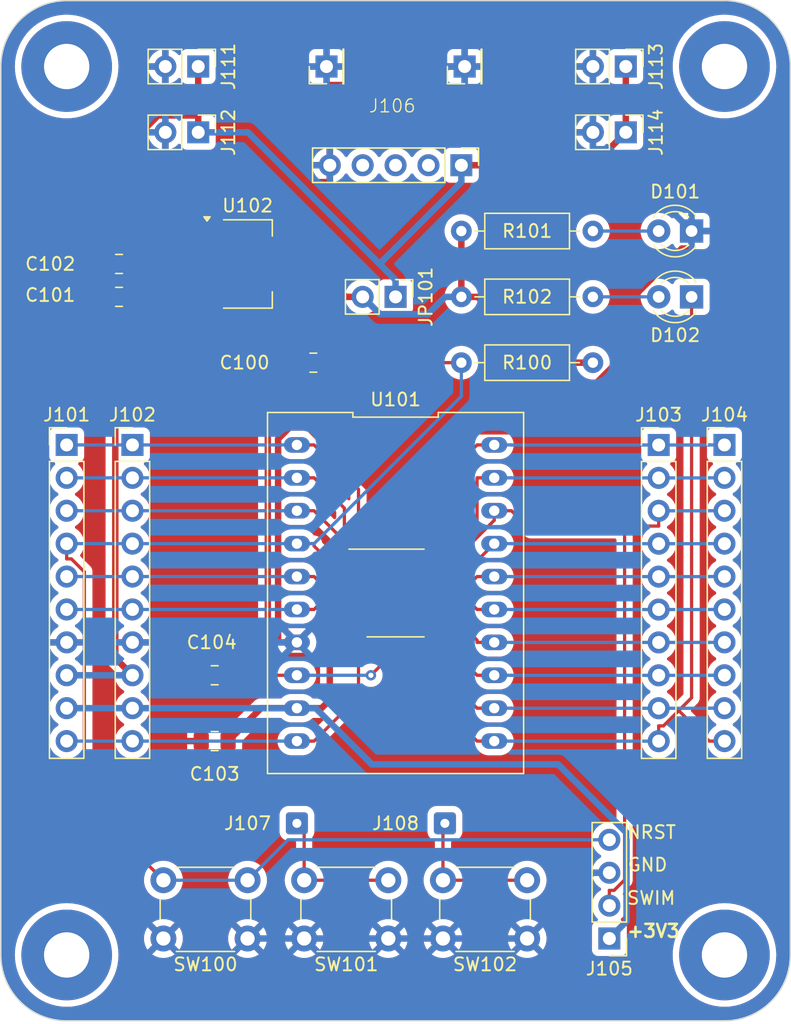
<source format=kicad_pcb>
(kicad_pcb (version 20240108) (generator "pcbnew") (generator_version "8.0")
  (title_block (date "2024-09-28"))
  (layers (0 "F.Cu" signal) (31 "B.Cu" signal) (34 "B.Paste" user) (35 "F.Paste" user) (36 "B.SilkS" user "B.Silkscreen") (37 "F.SilkS" user "F.Silkscreen") (38 "B.Mask" user) (39 "F.Mask" user) (44 "Edge.Cuts" user))
  (net 0 "")
  (net 1 "GND")
  (net 2 "/NRST")
  (net 3 "+5V")
  (net 4 "+3.3V")
  (net 5 "Net-(U101-VCAP)")
  (net 6 "Net-(D102-A)")
  (net 7 "/PB5")
  (net 8 "Net-(D101-A)")
  (net 9 "/PD4")
  (net 10 "/PD5")
  (net 11 "/PD6")
  (net 12 "/PA1")
  (net 13 "/PA2")
  (net 14 "/PA3")
  (net 15 "/PD3")
  (net 16 "/PD2")
  (net 17 "/PD1")
  (net 18 "/PC7")
  (net 19 "/PC6")
  (net 20 "/PC5")
  (net 21 "/PC4")
  (net 22 "/PC3")
  (net 23 "/PB4")
  (net 27 "Net-(J107-Pin_1)")
  (net 28 "Net-(J108-Pin_1)")
  (footprint "Resistor_THT:R_Axial_DIN0207_L6.3mm_D2.5mm_P10.16mm_Horizontal" (layer "F.Cu") (at 86.36 71.12 180)
    (property "Reference" "R102" (at 5.08 0 0) (layer "F.SilkS"))
    (property "Value" "1K")
    (pad "1" thru_hole circle (at 0 0 180) (size 1.6 1.6) (drill 0.8) (layers "*.Cu" "*.Mask") (net 6 "Net-(D102-A)"))
    (pad "2" thru_hole oval (at 10.16 0 180) (size 1.6 1.6) (drill 0.8) (layers "*.Cu" "*.Mask") (net 4 "+3.3V"))
  )
  (footprint "Connector_PinHeader_2.54mm:PinHeader_1x02_P2.54mm_Vertical" (layer "F.Cu") (at 55.88 53.34 -90)
    (property "Reference" "J111" (at 0 -2.33 90) (layer "F.SilkS"))
    (property "Value" "POWER")
    (pad "1" thru_hole rect (at 0 0 270) (size 1.7 1.7) (drill 1) (layers "*.Cu" "*.Mask") (net 3 "+5V"))
    (pad "2" thru_hole oval (at 0 2.54 270) (size 1.7 1.7) (drill 1) (layers "*.Cu" "*.Mask") (net 1 "GND"))
  )
  (footprint "Button_Switch_THT:SW_PUSH_6mm_H5mm" (layer "F.Cu") (at 70.56 120.65 180)
    (property "Reference" "SW101" (at 3.25 -2 0) (layer "F.SilkS"))
    (property "Value" "SW1")
    (pad "1" thru_hole circle (at 0 0 270) (size 2 2) (drill 1.1) (layers "*.Cu" "*.Mask") (net 1 "GND"))
    (pad "1" thru_hole circle (at 6.5 0 270) (size 2 2) (drill 1.1) (layers "*.Cu" "*.Mask") (net 1 "GND"))
    (pad "2" thru_hole circle (at 0 4.5 270) (size 2 2) (drill 1.1) (layers "*.Cu" "*.Mask") (net 27 "Net-(J107-Pin_1)"))
    (pad "2" thru_hole circle (at 6.5 4.5 270) (size 2 2) (drill 1.1) (layers "*.Cu" "*.Mask") (net 27 "Net-(J107-Pin_1)"))
  )
  (footprint "Connector_Wire:SolderWire-0.127sqmm_1x01_D0.48mm_OD1mm" (layer "F.Cu") (at 63.5 111.76)
    (property "Reference" "J107" (at -3.81 0 0) (layer "F.SilkS"))
    (property "Value" "Switch 1")
    (pad "1" thru_hole roundrect (at 0 0) (size 1.7 1.7) (drill 0.7) (layers "*.Cu" "*.Mask") (roundrect_rratio 0.1470588235) (net 27 "Net-(J107-Pin_1)"))
  )
  (footprint "Connector_Wire:SolderWire-0.127sqmm_1x01_D0.48mm_OD1mm" (layer "F.Cu") (at 74.93 111.76)
    (property "Reference" "J108" (at -3.81 0 0) (layer "F.SilkS"))
    (property "Value" "Switch 2")
    (pad "1" thru_hole roundrect (at 0 0) (size 1.7 1.7) (drill 0.7) (layers "*.Cu" "*.Mask") (roundrect_rratio 0.1470588235) (net 28 "Net-(J108-Pin_1)"))
  )
  (footprint "Connector_PinHeader_2.54mm:PinHeader_1x02_P2.54mm_Vertical" (layer "F.Cu") (at 88.9 58.42 -90)
    (property "Reference" "J114" (at 0 -2.33 90) (layer "F.SilkS"))
    (property "Value" "POWER")
    (pad "1" thru_hole rect (at 0 0 270) (size 1.7 1.7) (drill 1) (layers "*.Cu" "*.Mask") (net 3 "+5V"))
    (pad "2" thru_hole oval (at 0 2.54 270) (size 1.7 1.7) (drill 1) (layers "*.Cu" "*.Mask") (net 1 "GND"))
  )
  (footprint "Capacitor_SMD:C_0805_2012Metric_Pad1.18x1.45mm_HandSolder" (layer "F.Cu") (at 49.7625 68.58)
    (property "Reference" "C102" (at -5.3125 0 0) (layer "F.SilkS"))
    (property "Value" "0.1uF")
    (pad "1" smd roundrect (at -1.0375 0) (size 1.175 1.45) (layers "F.Cu" "F.Paste" "F.Mask") (roundrect_rratio 0.2127659574) (net 1 "GND"))
    (pad "2" smd roundrect (at 1.0375 0) (size 1.175 1.45) (layers "F.Cu" "F.Paste" "F.Mask") (roundrect_rratio 0.2127659574) (net 4 "+3.3V"))
  )
  (footprint "Ken:DIP_TSSOP-20_600_ELL" (layer "F.Cu") (at 71.12 93.98 -90)
    (property "Reference" "U101" (at -14.935 0 0) (layer "F.SilkS"))
    (property "Value" "STM8S103F3P6")
    (pad "1" thru_hole oval (at -11.43 7.62 270) (size 1.2 2) (drill 0.8) (layers "*.Cu" "*.Mask") (net 9 "/PD4"))
    (pad "1" smd roundrect (at -2.925 2.8625) (size 1.475 0.4) (layers "F.Cu" "F.Paste" "F.Mask") (net 9 "/PD4"))
    (pad "2" thru_hole oval (at -8.89 7.62 270) (size 1.2 2) (drill 0.8) (layers "*.Cu" "*.Mask") (net 10 "/PD5"))
    (pad "2" smd roundrect (at -2.275 2.8625) (size 1.475 0.4) (layers "F.Cu" "F.Paste" "F.Mask") (net 10 "/PD5"))
    (pad "3" thru_hole oval (at -6.35 7.62 270) (size 1.2 2) (drill 0.8) (layers "*.Cu" "*.Mask") (net 11 "/PD6"))
    (pad "3" smd roundrect (at -1.625 2.8625) (size 1.475 0.4) (layers "F.Cu" "F.Paste" "F.Mask") (net 11 "/PD6"))
    (pad "4" thru_hole oval (at -3.81 7.62 270) (size 1.2 2) (drill 0.8) (layers "*.Cu" "*.Mask") (net 2 "/NRST"))
    (pad "4" smd roundrect (at -0.975 2.8625) (size 1.475 0.4) (layers "F.Cu" "F.Paste" "F.Mask") (net 2 "/NRST"))
    (pad "5" thru_hole oval (at -1.27 7.62 270) (size 1.2 2) (drill 0.8) (layers "*.Cu" "*.Mask") (net 12 "/PA1"))
    (pad "5" smd roundrect (at -0.325 2.8625) (size 1.475 0.4) (layers "F.Cu" "F.Paste" "F.Mask") (net 12 "/PA1"))
    (pad "6" smd roundrect (at 0.325 2.8625) (size 1.475 0.4) (layers "F.Cu" "F.Paste" "F.Mask") (net 13 "/PA2"))
    (pad "6" thru_hole oval (at 1.27 7.62 270) (size 1.2 2) (drill 0.8) (layers "*.Cu" "*.Mask") (net 13 "/PA2"))
    (pad "7" smd roundrect (at 0.975 2.8625) (size 1.475 0.4) (layers "F.Cu" "F.Paste" "F.Mask") (net 1 "GND"))
    (pad "7" thru_hole oval (at 3.81 7.62 270) (size 1.2 2) (drill 0.8) (layers "*.Cu" "*.Mask") (net 1 "GND"))
    (pad "8" smd roundrect (at 1.625 2.8625) (size 1.475 0.4) (layers "F.Cu" "F.Paste" "F.Mask") (net 5 "Net-(U101-VCAP)"))
    (pad "8" thru_hole oval (at 6.35 7.62 270) (size 1.2 2) (drill 0.8) (layers "*.Cu" "*.Mask") (net 5 "Net-(U101-VCAP)"))
    (pad "9" smd roundrect (at 2.275 2.8625) (size 1.475 0.4) (layers "F.Cu" "F.Paste" "F.Mask") (net 4 "+3.3V"))
    (pad "9" thru_hole oval (at 8.89 7.62 270) (size 1.2 2) (drill 0.8) (layers "*.Cu" "*.Mask") (net 4 "+3.3V"))
    (pad "10" smd roundrect (at 2.925 2.8625) (size 1.475 0.4) (layers "F.Cu" "F.Paste" "F.Mask") (net 14 "/PA3"))
    (pad "10" thru_hole oval (at 11.43 7.62 270) (size 1.2 2) (drill 0.8) (layers "*.Cu" "*.Mask") (net 14 "/PA3"))
    (pad "11" smd roundrect (at 2.925 -2.8625) (size 1.475 0.4) (layers "F.Cu" "F.Paste" "F.Mask") (net 7 "/PB5"))
    (pad "11" thru_hole oval (at 11.43 -7.62 270) (size 1.2 2) (drill 0.8) (layers "*.Cu" "*.Mask") (net 7 "/PB5"))
    (pad "12" smd roundrect (at 2.275 -2.8625) (size 1.475 0.4) (layers "F.Cu" "F.Paste" "F.Mask") (net 23 "/PB4"))
    (pad "12" thru_hole oval (at 8.89 -7.62 270) (size 1.2 2) (drill 0.8) (layers "*.Cu" "*.Mask") (net 23 "/PB4"))
    (pad "13" smd roundrect (at 1.625 -2.8625) (size 1.475 0.4) (layers "F.Cu" "F.Paste" "F.Mask") (net 22 "/PC3"))
    (pad "13" thru_hole oval (at 6.35 -7.62 270) (size 1.2 2) (drill 0.8) (layers "*.Cu" "*.Mask") (net 22 "/PC3"))
    (pad "14" smd roundrect (at 0.975 -2.8625) (size 1.475 0.4) (layers "F.Cu" "F.Paste" "F.Mask") (net 21 "/PC4"))
    (pad "14" thru_hole oval (at 3.81 -7.62 270) (size 1.2 2) (drill 0.8) (layers "*.Cu" "*.Mask") (net 21 "/PC4"))
    (pad "15" smd roundrect (at 0.325 -2.8625) (size 1.475 0.4) (layers "F.Cu" "F.Paste" "F.Mask") (net 20 "/PC5"))
    (pad "15" thru_hole oval (at 1.27 -7.62 270) (size 1.2 2) (drill 0.8) (layers "*.Cu" "*.Mask") (net 20 "/PC5"))
    (pad "16" thru_hole oval (at -1.27 -7.62 270) (size 1.2 2) (drill 0.8) (layers "*.Cu" "*.Mask") (net 19 "/PC6"))
    (pad "16" smd roundrect (at -0.325 -2.8625) (size 1.475 0.4) (layers "F.Cu" "F.Paste" "F.Mask") (net 19 "/PC6"))
    (pad "17" thru_hole oval (at -3.81 -7.62 270) (size 1.2 2) (drill 0.8) (layers "*.Cu" "*.Mask") (net 18 "/PC7"))
    (pad "17" smd roundrect (at -0.975 -2.8625) (size 1.475 0.4) (layers "F.Cu" "F.Paste" "F.Mask") (net 18 "/PC7"))
    (pad "18" thru_hole oval (at -6.35 -7.62 270) (size 1.2 2) (drill 0.8) (layers "*.Cu" "*.Mask") (net 17 "/PD1"))
    (pad "18" smd roundrect (at -1.625 -2.8625) (size 1.475 0.4) (layers "F.Cu" "F.Paste" "F.Mask") (net 17 "/PD1"))
    (pad "19" thru_hole oval (at -8.89 -7.62 270) (size 1.2 2) (drill 0.8) (layers "*.Cu" "*.Mask") (net 16 "/PD2"))
    (pad "19" smd roundrect (at -2.275 -2.8625) (size 1.475 0.4) (layers "F.Cu" "F.Paste" "F.Mask") (net 16 "/PD2"))
    (pad "20" thru_hole oval (at -11.43 -7.62 270) (size 1.2 2) (drill 0.8) (layers "*.Cu" "*.Mask") (net 15 "/PD3"))
    (pad "20" smd roundrect (at -2.925 -2.8625) (size 1.475 0.4) (layers "F.Cu" "F.Paste" "F.Mask") (net 15 "/PD3"))
  )
  (footprint "Connector_PinHeader_2.54mm:PinHeader_1x10_P2.54mm_Vertical" (layer "F.Cu") (at 96.52 82.55)
    (property "Reference" "J104" (at 0 -2.33 0) (layer "F.SilkS"))
    (property "Value" "Header 2")
    (pad "1" thru_hole rect (at 0 0) (size 1.7 1.7) (drill 1) (layers "*.Cu" "*.Mask") (net 15 "/PD3"))
    (pad "2" thru_hole oval (at 0 2.54) (size 1.7 1.7) (drill 1) (layers "*.Cu" "*.Mask") (net 16 "/PD2"))
    (pad "3" thru_hole oval (at 0 5.08) (size 1.7 1.7) (drill 1) (layers "*.Cu" "*.Mask") (net 17 "/PD1"))
    (pad "4" thru_hole oval (at 0 7.62) (size 1.7 1.7) (drill 1) (layers "*.Cu" "*.Mask") (net 18 "/PC7"))
    (pad "5" thru_hole oval (at 0 10.16) (size 1.7 1.7) (drill 1) (layers "*.Cu" "*.Mask") (net 19 "/PC6"))
    (pad "6" thru_hole oval (at 0 12.7) (size 1.7 1.7) (drill 1) (layers "*.Cu" "*.Mask") (net 20 "/PC5"))
    (pad "7" thru_hole oval (at 0 15.24) (size 1.7 1.7) (drill 1) (layers "*.Cu" "*.Mask") (net 21 "/PC4"))
    (pad "8" thru_hole oval (at 0 17.78) (size 1.7 1.7) (drill 1) (layers "*.Cu" "*.Mask") (net 22 "/PC3"))
    (pad "9" thru_hole oval (at 0 20.32) (size 1.7 1.7) (drill 1) (layers "*.Cu" "*.Mask") (net 23 "/PB4"))
    (pad "10" thru_hole oval (at 0 22.86) (size 1.7 1.7) (drill 1) (layers "*.Cu" "*.Mask") (net 7 "/PB5"))
  )
  (footprint "Button_Switch_THT:SW_PUSH_6mm_H5mm" (layer "F.Cu") (at 81.28 120.65 180)
    (property "Reference" "SW102" (at 3.25 -2 0) (layer "F.SilkS"))
    (property "Value" "SW2")
    (pad "1" thru_hole circle (at 0 0 270) (size 2 2) (drill 1.1) (layers "*.Cu" "*.Mask") (net 1 "GND"))
    (pad "1" thru_hole circle (at 6.5 0 270) (size 2 2) (drill 1.1) (layers "*.Cu" "*.Mask") (net 1 "GND"))
    (pad "2" thru_hole circle (at 0 4.5 270) (size 2 2) (drill 1.1) (layers "*.Cu" "*.Mask") (net 28 "Net-(J108-Pin_1)"))
    (pad "2" thru_hole circle (at 6.5 4.5 270) (size 2 2) (drill 1.1) (layers "*.Cu" "*.Mask") (net 28 "Net-(J108-Pin_1)"))
  )
  (footprint "Connector_PinHeader_2.54mm:PinHeader_1x02_P2.54mm_Vertical" (layer "F.Cu") (at 88.9 53.34 -90)
    (property "Reference" "J113" (at 0 -2.33 90) (layer "F.SilkS"))
    (property "Value" "POWER")
    (pad "1" thru_hole rect (at 0 0 270) (size 1.7 1.7) (drill 1) (layers "*.Cu" "*.Mask") (net 3 "+5V"))
    (pad "2" thru_hole oval (at 0 2.54 270) (size 1.7 1.7) (drill 1) (layers "*.Cu" "*.Mask") (net 1 "GND"))
  )
  (footprint "LED_THT:LED_D3.0mm" (layer "F.Cu") (at 93.98 66.04 180)
    (property "Reference" "D101" (at 1.27 3.04 0) (layer "F.SilkS"))
    (property "Value" "PWR")
    (pad "1" thru_hole rect (at 0 0 180) (size 1.8 1.8) (drill 0.9) (layers "*.Cu" "*.Mask") (net 1 "GND"))
    (pad "2" thru_hole circle (at 2.54 0 180) (size 1.8 1.8) (drill 0.9) (layers "*.Cu" "*.Mask") (net 8 "Net-(D101-A)"))
  )
  (footprint "LED_THT:LED_D3.0mm" (layer "F.Cu") (at 93.98 71.12 180)
    (property "Reference" "D102" (at 1.27 -2.96 0) (layer "F.SilkS"))
    (property "Value" "TEST")
    (pad "1" thru_hole rect (at 0 0 180) (size 1.8 1.8) (drill 0.9) (layers "*.Cu" "*.Mask") (net 7 "/PB5"))
    (pad "2" thru_hole circle (at 2.54 0 180) (size 1.8 1.8) (drill 0.9) (layers "*.Cu" "*.Mask") (net 6 "Net-(D102-A)"))
  )
  (footprint "Capacitor_SMD:C_0805_2012Metric_Pad1.18x1.45mm_HandSolder" (layer "F.Cu") (at 49.7625 71.12)
    (property "Reference" "C101" (at -5.3125 -0.14 0) (layer "F.SilkS"))
    (property "Value" "0.1uF")
    (pad "1" smd roundrect (at -1.0375 0) (size 1.175 1.45) (layers "F.Cu" "F.Paste" "F.Mask") (roundrect_rratio 0.2127659574) (net 1 "GND"))
    (pad "2" smd roundrect (at 1.0375 0) (size 1.175 1.45) (layers "F.Cu" "F.Paste" "F.Mask") (roundrect_rratio 0.2127659574) (net 3 "+5V"))
  )
  (footprint "Button_Switch_THT:SW_PUSH_6mm_H5mm" (layer "F.Cu") (at 59.69 120.65 180)
    (property "Reference" "SW100" (at 3.25 -2 0) (layer "F.SilkS"))
    (property "Value" "RST")
    (pad "1" thru_hole circle (at 0 0 270) (size 2 2) (drill 1.1) (layers "*.Cu" "*.Mask") (net 1 "GND"))
    (pad "1" thru_hole circle (at 6.5 0 270) (size 2 2) (drill 1.1) (layers "*.Cu" "*.Mask") (net 1 "GND"))
    (pad "2" thru_hole circle (at 0 4.5 270) (size 2 2) (drill 1.1) (layers "*.Cu" "*.Mask") (net 2 "/NRST"))
    (pad "2" thru_hole circle (at 6.5 4.5 270) (size 2 2) (drill 1.1) (layers "*.Cu" "*.Mask") (net 2 "/NRST"))
  )
  (footprint "MountingHole:MountingHole_3.5mm_Pad" (layer "F.Cu") (at 96.52 53.34)
    (property "Reference" "H102" (hide yes))
    (property "Value" "MountingHole")
    (pad "1" thru_hole circle (at 0 0) (size 7 7) (drill 3.5) (layers "*.Cu" "*.Mask"))
  )
  (footprint "Connector_PinHeader_2.54mm:PinHeader_1x04_P2.54mm_Vertical" (layer "F.Cu") (at 87.63 120.65 180)
    (property "Reference" "J105" (at 0 -2.33 0) (layer "F.SilkS"))
    (property "Value" "Program")
    (pad "1" thru_hole rect (at 0 0 180) (size 1.7 1.7) (drill 1) (layers "*.Cu" "*.Mask") (net 4 "+3.3V"))
    (pad "2" thru_hole oval (at 0 2.54 180) (size 1.7 1.7) (drill 1) (layers "*.Cu" "*.Mask") (net 17 "/PD1"))
    (pad "3" thru_hole oval (at 0 5.08 180) (size 1.7 1.7) (drill 1) (layers "*.Cu" "*.Mask") (net 1 "GND"))
    (pad "4" thru_hole oval (at 0 7.62 180) (size 1.7 1.7) (drill 1) (layers "*.Cu" "*.Mask") (net 2 "/NRST"))
  )
  (footprint "MountingHole:MountingHole_3.5mm_Pad" (layer "F.Cu") (at 45.72 53.34)
    (property "Reference" "H101" (hide yes))
    (property "Value" "MountingHole")
    (pad "1" thru_hole circle (at 0 0) (size 7 7) (drill 3.5) (layers "*.Cu" "*.Mask"))
  )
  (footprint "Ken:USB Micro power" (layer "F.Cu") (at 76.2 60.96 180)
    (property "Reference" "J106" (at 5.334 4.58 0) (layer "F.SilkS") (effects (font (thickness 0.1))))
    (property "Value" "USB_B_Micro")
    (pad "1" thru_hole rect (at 0 0 270) (size 1.7 1.7) (drill 1) (layers "*.Cu" "*.Mask") (net 3 "+5V"))
    (pad "2" thru_hole oval (at 2.54 0 270) (size 1.7 1.7) (drill 1) (layers "*.Cu" "*.Mask"))
    (pad "3" thru_hole oval (at 5.08 0 270) (size 1.7 1.7) (drill 1) (layers "*.Cu" "*.Mask"))
    (pad "4" thru_hole oval (at 7.62 0 270) (size 1.7 1.7) (drill 1) (layers "*.Cu" "*.Mask"))
    (pad "5" thru_hole oval (at 10.16 0 270) (size 1.7 1.7) (drill 1) (layers "*.Cu" "*.Mask") (net 1 "GND"))
    (pad "6" thru_hole rect (at -0.254 7.62 90) (size 1.7 1.7) (drill 1) (layers "*.Cu" "*.Mask") (net 1 "GND"))
    (pad "6" thru_hole rect (at 10.414 7.62 90) (size 1.7 1.7) (drill 1) (layers "*.Cu" "*.Mask") (net 1 "GND"))
  )
  (footprint "Connector_PinHeader_2.54mm:PinHeader_1x10_P2.54mm_Vertical" (layer "F.Cu") (at 50.8 82.55)
    (property "Reference" "J102" (at 0 -2.33 0) (layer "F.SilkS"))
    (property "Value" "Header 1")
    (pad "1" thru_hole rect (at 0 0) (size 1.7 1.7) (drill 1) (layers "*.Cu" "*.Mask") (net 9 "/PD4"))
    (pad "2" thru_hole oval (at 0 2.54) (size 1.7 1.7) (drill 1) (layers "*.Cu" "*.Mask") (net 10 "/PD5"))
    (pad "3" thru_hole oval (at 0 5.08) (size 1.7 1.7) (drill 1) (layers "*.Cu" "*.Mask") (net 11 "/PD6"))
    (pad "4" thru_hole oval (at 0 7.62) (size 1.7 1.7) (drill 1) (layers "*.Cu" "*.Mask") (net 2 "/NRST"))
    (pad "5" thru_hole oval (at 0 10.16) (size 1.7 1.7) (drill 1) (layers "*.Cu" "*.Mask") (net 12 "/PA1"))
    (pad "6" thru_hole oval (at 0 12.7) (size 1.7 1.7) (drill 1) (layers "*.Cu" "*.Mask") (net 13 "/PA2"))
    (pad "7" thru_hole oval (at 0 15.24) (size 1.7 1.7) (drill 1) (layers "*.Cu" "*.Mask") (net 1 "GND"))
    (pad "8" thru_hole oval (at 0 17.78) (size 1.7 1.7) (drill 1) (layers "*.Cu" "*.Mask") (net 3 "+5V"))
    (pad "9" thru_hole oval (at 0 20.32) (size 1.7 1.7) (drill 1) (layers "*.Cu" "*.Mask") (net 4 "+3.3V"))
    (pad "10" thru_hole oval (at 0 22.86) (size 1.7 1.7) (drill 1) (layers "*.Cu" "*.Mask") (net 14 "/PA3"))
  )
  (footprint "Resistor_THT:R_Axial_DIN0207_L6.3mm_D2.5mm_P10.16mm_Horizontal" (layer "F.Cu") (at 76.2 66.04)
    (property "Reference" "R101" (at 5.08 0 0) (layer "F.SilkS"))
    (property "Value" "1K")
    (pad "1" thru_hole circle (at 0 0) (size 1.6 1.6) (drill 0.8) (layers "*.Cu" "*.Mask") (net 4 "+3.3V"))
    (pad "2" thru_hole oval (at 10.16 0) (size 1.6 1.6) (drill 0.8) (layers "*.Cu" "*.Mask") (net 8 "Net-(D101-A)"))
  )
  (footprint "Connector_PinHeader_2.54mm:PinHeader_1x10_P2.54mm_Vertical" (layer "F.Cu") (at 45.72 82.55)
    (property "Reference" "J101" (at 0 -2.33 0) (layer "F.SilkS"))
    (property "Value" "Header 1")
    (pad "1" thru_hole rect (at 0 0) (size 1.7 1.7) (drill 1) (layers "*.Cu" "*.Mask") (net 9 "/PD4"))
    (pad "2" thru_hole oval (at 0 2.54) (size 1.7 1.7) (drill 1) (layers "*.Cu" "*.Mask") (net 10 "/PD5"))
    (pad "3" thru_hole oval (at 0 5.08) (size 1.7 1.7) (drill 1) (layers "*.Cu" "*.Mask") (net 11 "/PD6"))
    (pad "4" thru_hole oval (at 0 7.62) (size 1.7 1.7) (drill 1) (layers "*.Cu" "*.Mask") (net 2 "/NRST"))
    (pad "5" thru_hole oval (at 0 10.16) (size 1.7 1.7) (drill 1) (layers "*.Cu" "*.Mask") (net 12 "/PA1"))
    (pad "6" thru_hole oval (at 0 12.7) (size 1.7 1.7) (drill 1) (layers "*.Cu" "*.Mask") (net 13 "/PA2"))
    (pad "7" thru_hole oval (at 0 15.24) (size 1.7 1.7) (drill 1) (layers "*.Cu" "*.Mask") (net 1 "GND"))
    (pad "8" thru_hole oval (at 0 17.78) (size 1.7 1.7) (drill 1) (layers "*.Cu" "*.Mask") (net 3 "+5V"))
    (pad "9" thru_hole oval (at 0 20.32) (size 1.7 1.7) (drill 1) (layers "*.Cu" "*.Mask") (net 4 "+3.3V"))
    (pad "10" thru_hole oval (at 0 22.86) (size 1.7 1.7) (drill 1) (layers "*.Cu" "*.Mask") (net 14 "/PA3"))
  )
  (footprint "Capacitor_SMD:C_0805_2012Metric_Pad1.18x1.45mm_HandSolder" (layer "F.Cu") (at 57.15 100.33)
    (property "Reference" "C104" (at -0.2325 -2.54 0) (layer "F.SilkS"))
    (property "Value" "1uF")
    (pad "1" smd roundrect (at -1.0375 0) (size 1.175 1.45) (layers "F.Cu" "F.Paste" "F.Mask") (roundrect_rratio 0.2127659574) (net 1 "GND"))
    (pad "2" smd roundrect (at 1.0375 0) (size 1.175 1.45) (layers "F.Cu" "F.Paste" "F.Mask") (roundrect_rratio 0.2127659574) (net 5 "Net-(U101-VCAP)"))
  )
  (footprint "Resistor_THT:R_Axial_DIN0207_L6.3mm_D2.5mm_P10.16mm_Horizontal" (layer "F.Cu") (at 76.2 76.2)
    (property "Reference" "R100" (at 5.08 0 0) (layer "F.SilkS"))
    (property "Value" "10K")
    (pad "1" thru_hole circle (at 0 0) (size 1.6 1.6) (drill 0.8) (layers "*.Cu" "*.Mask") (net 2 "/NRST"))
    (pad "2" thru_hole oval (at 10.16 0) (size 1.6 1.6) (drill 0.8) (layers "*.Cu" "*.Mask") (net 4 "+3.3V"))
  )
  (footprint "MountingHole:MountingHole_3.5mm_Pad" (layer "F.Cu") (at 96.52 121.92)
    (property "Reference" "H104" (hide yes))
    (property "Value" "MountingHole")
    (pad "1" thru_hole circle (at 0 0) (size 7 7) (drill 3.5) (layers "*.Cu" "*.Mask"))
  )
  (footprint "Capacitor_SMD:C_0805_2012Metric_Pad1.18x1.45mm_HandSolder" (layer "F.Cu") (at 64.77 76.2)
    (property "Reference" "C100" (at -5.3125 0 0) (layer "F.SilkS"))
    (property "Value" "0.1uF")
    (pad "1" smd roundrect (at -1.0375 0) (size 1.175 1.45) (layers "F.Cu" "F.Paste" "F.Mask") (roundrect_rratio 0.2127659574) (net 1 "GND"))
    (pad "2" smd roundrect (at 1.0375 0) (size 1.175 1.45) (layers "F.Cu" "F.Paste" "F.Mask") (roundrect_rratio 0.2127659574) (net 2 "/NRST"))
  )
  (footprint "MountingHole:MountingHole_3.5mm_Pad" (layer "F.Cu") (at 45.72 121.92)
    (property "Reference" "H103" (hide yes))
    (property "Value" "MountingHole")
    (pad "1" thru_hole circle (at 0 0) (size 7 7) (drill 3.5) (layers "*.Cu" "*.Mask"))
  )
  (footprint "Capacitor_SMD:C_0805_2012Metric_Pad1.18x1.45mm_HandSolder" (layer "F.Cu") (at 57.15 105.41 180)
    (property "Reference" "C103" (at 0 -2.54 0) (layer "F.SilkS"))
    (property "Value" "0.1uF")
    (pad "1" smd roundrect (at -1.0375 0 180) (size 1.175 1.45) (layers "F.Cu" "F.Paste" "F.Mask") (roundrect_rratio 0.2127659574) (net 4 "+3.3V"))
    (pad "2" smd roundrect (at 1.0375 0 180) (size 1.175 1.45) (layers "F.Cu" "F.Paste" "F.Mask") (roundrect_rratio 0.2127659574) (net 1 "GND"))
  )
  (footprint "Connector_PinHeader_2.54mm:PinHeader_1x02_P2.54mm_Vertical" (layer "F.Cu") (at 71.12 71.12 -90)
    (property "Reference" "JP101" (at 0 -2.33 90) (layer "F.SilkS"))
    (property "Value" "BYPASS")
    (pad "1" thru_hole rect (at 0 0 270) (size 1.7 1.7) (drill 1) (layers "*.Cu" "*.Mask") (net 3 "+5V"))
    (pad "2" thru_hole oval (at 0 2.54 270) (size 1.7 1.7) (drill 1) (layers "*.Cu" "*.Mask") (net 4 "+3.3V"))
  )
  (footprint "Connector_PinHeader_2.54mm:PinHeader_1x02_P2.54mm_Vertical" (layer "F.Cu") (at 55.88 58.42 -90)
    (property "Reference" "J112" (at 0 -2.33 90) (layer "F.SilkS"))
    (property "Value" "POWER")
    (pad "1" thru_hole rect (at 0 0 270) (size 1.7 1.7) (drill 1) (layers "*.Cu" "*.Mask") (net 3 "+5V"))
    (pad "2" thru_hole oval (at 0 2.54 270) (size 1.7 1.7) (drill 1) (layers "*.Cu" "*.Mask") (net 1 "GND"))
  )
  (footprint "Connector_PinHeader_2.54mm:PinHeader_1x10_P2.54mm_Vertical" (layer "F.Cu") (at 91.44 82.555)
    (property "Reference" "J103" (at 0 -2.33 0) (layer "F.SilkS"))
    (property "Value" "Header 2")
    (pad "1" thru_hole rect (at 0 0) (size 1.7 1.7) (drill 1) (layers "*.Cu" "*.Mask") (net 15 "/PD3"))
    (pad "2" thru_hole oval (at 0 2.54) (size 1.7 1.7) (drill 1) (layers "*.Cu" "*.Mask") (net 16 "/PD2"))
    (pad "3" thru_hole oval (at 0 5.08) (size 1.7 1.7) (drill 1) (layers "*.Cu" "*.Mask") (net 17 "/PD1"))
    (pad "4" thru_hole oval (at 0 7.62) (size 1.7 1.7) (drill 1) (layers "*.Cu" "*.Mask") (net 18 "/PC7"))
    (pad "5" thru_hole oval (at 0 10.16) (size 1.7 1.7) (drill 1) (layers "*.Cu" "*.Mask") (net 19 "/PC6"))
    (pad "6" thru_hole oval (at 0 12.7) (size 1.7 1.7) (drill 1) (layers "*.Cu" "*.Mask") (net 20 "/PC5"))
    (pad "7" thru_hole oval (at 0 15.24) (size 1.7 1.7) (drill 1) (layers "*.Cu" "*.Mask") (net 21 "/PC4"))
    (pad "8" thru_hole oval (at 0 17.78) (size 1.7 1.7) (drill 1) (layers "*.Cu" "*.Mask") (net 22 "/PC3"))
    (pad "9" thru_hole oval (at 0 20.32) (size 1.7 1.7) (drill 1) (layers "*.Cu" "*.Mask") (net 23 "/PB4"))
    (pad "10" thru_hole oval (at 0 22.86) (size 1.7 1.7) (drill 1) (layers "*.Cu" "*.Mask") (net 7 "/PB5"))
  )
  (footprint "Package_TO_SOT_SMD:SOT-223-3_TabPin2" (layer "F.Cu") (at 59.69 68.58)
    (property "Reference" "U102" (at 0 -4.5 0) (layer "F.SilkS"))
    (property "Value" "AMS1117-3.3")
    (pad "1" smd roundrect (at -3.15 -2.3) (size 2 1.5) (layers "F.Cu" "F.Paste" "F.Mask") (net 1 "GND"))
    (pad "2" smd roundrect (at -3.15 0) (size 2 1.5) (layers "F.Cu" "F.Paste" "F.Mask") (net 4 "+3.3V"))
    (pad "2" smd roundrect (at 3.15 0) (size 2 3.8) (layers "F.Cu" "F.Paste" "F.Mask") (net 4 "+3.3V"))
    (pad "3" smd roundrect (at -3.15 2.3) (size 2 1.5) (layers "F.Cu" "F.Paste" "F.Mask") (net 3 "+5V"))
  )
  (gr_line (start 45.72 127) (end 96.52 127) (stroke (width 0.1)) (layer "Edge.Cuts"))
  (gr_line (start 40.64 53.122102) (end 40.64 121.92) (stroke (width 0.1)) (layer "Edge.Cuts"))
  (gr_arc (start 101.6 121.92) (mid 100.112102 125.512102) (end 96.52 127) (stroke (width 0.1)) (layer "Edge.Cuts"))
  (gr_arc (start 96.52 48.255329) (mid 100.037523 49.668364) (end 101.6 53.122102) (stroke (width 0.1)) (layer "Edge.Cuts"))
  (gr_line (start 45.72 48.26) (end 96.52 48.26) (stroke (width 0.1)) (layer "Edge.Cuts"))
  (gr_line (start 101.6 121.92) (end 101.6 53.122102) (stroke (width 0.1)) (layer "Edge.Cuts"))
  (gr_arc (start 40.644667 53.122302) (mid 42.205708 49.671737) (end 45.72 48.26) (stroke (width 0.1)) (layer "Edge.Cuts"))
  (gr_arc (start 45.72 127) (mid 42.127898 125.512102) (end 40.64 121.92) (stroke (width 0.1)) (layer "Edge.Cuts"))
  (gr_text "SWIM" (at 88.9 118.11 0) (layer "F.SilkS") (effects (font (size 1 1)) (justify left bottom)))
  (gr_text "+3V3" (at 88.9 120.65 0) (layer "F.SilkS") (effects (font (size 1 1) (thickness 0.2) (bold yes)) (justify left bottom)))
  (gr_text "NRST" (at 88.9 113.03 0) (layer "F.SilkS") (effects (font (size 1 1)) (justify left bottom)))
  (gr_text "GND" (at 88.96 115.54 0) (layer "F.SilkS") (effects (font (size 1 1)) (justify left bottom)))
  (segment (start 56.1125 100.33) (end 56.1125 105.41) (width 0.5) (layer "F.Cu") (net 1))
  (segment (start 54.3835 62.9215) (end 53.34 61.8781) (width 0.5) (layer "F.Cu") (net 1))
  (segment (start 63.7325 77.5864) (end 63.7325 76.2) (width 0.5) (layer "F.Cu") (net 1))
  (segment (start 76.454 53.34) (end 75.1521 53.34) (width 0.5) (layer "F.Cu") (net 1))
  (segment (start 62.01 62.2619) (end 66.04 62.2619) (width 0.5) (layer "F.Cu") (net 1))
  (segment (start 57.5583 118.5183) (end 56.1125 118.5183) (width 0.5) (layer "F.Cu") (net 1))
  (segment (start 48.725 68.58) (end 54.3835 62.9215) (width 0.5) (layer "F.Cu") (net 1))
  (segment (start 55.3217 118.5183) (end 53.19 120.65) (width 0.5) (layer "F.Cu") (net 1))
  (segment (start 48.725 71.12) (end 48.725 68.58) (width 0.5) (layer "F.Cu") (net 1))
  (segment (start 56.1125 118.5183) (end 56.1125 105.41) (width 0.5) (layer "F.Cu") (net 1))
  (segment (start 62.0481 82.0866) (end 62.0481 97.79) (width 0.5) (layer "F.Cu") (net 1))
  (segment (start 56.54 65.0781) (end 54.3835 62.9215) (width 0.5) (layer "F.Cu") (net 1))
  (segment (start 69.4475 94.9738) (end 69.4475 86.2881) (width 0.5) (layer "F.Cu") (net 1))
  (segment (start 93.98 66.04) (end 93.98 67.3919) (width 0.5) (layer "F.Cu") (net 1))
  (segment (start 66.04 54.7689) (end 73.7232 54.7689) (width 0.5) (layer "F.Cu") (net 1))
  (segment (start 93.98 67.3919) (end 93.2196 67.3919) (width 0.5) (layer "F.Cu") (net 1))
  (segment (start 69.4475 86.2881) (end 63.6471 80.4876) (width 0.5) (layer "F.Cu") (net 1))
  (segment (start 93.2196 67.3919) (end 89.7342 70.8773) (width 0.5) (layer "F.Cu") (net 1))
  (segment (start 66.04 60.96) (end 66.04 62.2619) (width 0.5) (layer "F.Cu") (net 1))
  (segment (start 65.786 53.34) (end 65.786 54.6419) (width 0.5) (layer "F.Cu") (net 1))
  (segment (start 63.6471 80.4876) (end 62.0481 82.0866) (width 0.5) (layer "F.Cu") (net 1))
  (segment (start 56.54 66.28) (end 57.9919 66.28) (width 0.5) (layer "F.Cu") (net 1))
  (segment (start 50.8 97.79) (end 53.5725 97.79) (width 0.5) (layer "F.Cu") (net 1))
  (segment (start 66.04 54.7689) (end 66.04 60.96) (width 0.5) (layer "F.Cu") (net 1))
  (segment (start 89.7342 70.8773) (end 89.7342 74.6582) (width 0.5) (layer "F.Cu") (net 1))
  (segment (start 82.8943 81.4981) (end 74.2375 81.4981) (width 0.5) (layer "F.Cu") (net 1))
  (segment (start 63.647 80.4876) (end 63.647 77.6719) (width 0.5) (layer "F.Cu") (net 1))
  (segment (start 63.647 77.6719) (end 63.7325 77.5864) (width 0.5) (layer "F.Cu") (net 1))
  (segment (start 89.7342 74.6582) (end 82.8943 81.4981) (width 0.5) (layer "F.Cu") (net 1))
  (segment (start 56.54 66.28) (end 56.54 65.0781) (width 0.5) (layer "F.Cu") (net 1))
  (segment (start 65.786 54.6419) (end 65.913 54.7689) (width 0.5) (layer "F.Cu") (net 1))
  (segment (start 57.9919 66.28) (end 62.01 62.2619) (width 0.5) (layer "F.Cu") (net 1))
  (segment (start 69.4286 94.9927) (end 69.4475 94.9738) (width 0.5) (layer "F.Cu") (net 1))
  (segment (start 56.1125 118.5183) (end 55.3217 118.5183) (width 0.5) (layer "F.Cu") (net 1))
  (segment (start 69.4286 94.9927) (end 68.2952 94.9927) (width 0.4006) (layer "F.Cu") (net 1))
  (segment (start 63.6471 80.4876) (end 63.647 80.4876) (width 0.5) (layer "F.Cu") (net 1))
  (segment (start 63.5 97.79) (end 62.0481 97.79) (width 0.5) (layer "F.Cu") (net 1))
  (segment (start 65.913 54.7689) (end 66.04 54.7689) (width 0.5) (layer "F.Cu") (net 1))
  (segment (start 68.2952 94.9927) (end 68.2575 94.955) (width 0.4006) (layer "F.Cu") (net 1))
  (segment (start 73.7232 54.7689) (end 75.1521 53.34) (width 0.5) (layer "F.Cu") (net 1))
  (segment (start 74.2375 81.4981) (end 69.4475 86.2881) (width 0.5) (layer "F.Cu") (net 1))
  (segment (start 53.5725 97.79) (end 56.1125 100.33) (width 0.5) (layer "F.Cu") (net 1))
  (segment (start 59.69 120.65) (end 57.5583 118.5183) (width 0.5) (layer "F.Cu") (net 1))
  (segment (start 53.34 61.8781) (end 53.34 58.42) (width 0.5) (layer "F.Cu") (net 1))
  (segment (start 86.3281 115.6019) (end 86.3281 115.57) (width 0.5) (layer "B.Cu") (net 1))
  (segment (start 86.36 58.42) (end 86.36 59.7219) (width 0.5) (layer "B.Cu") (net 1))
  (segment (start 45.72 97.79) (end 50.8 97.79) (width 0.5) (layer "B.Cu") (net 1))
  (segment (start 53.34 58.42) (end 53.34 53.34) (width 0.5) (layer "B.Cu") (net 1))
  (segment (start 76.454 53.34) (end 86.36 53.34) (width 0.5) (layer "B.Cu") (net 1))
  (segment (start 86.36 53.34) (end 86.36 57.1181) (width 0.5) (layer "B.Cu") (net 1))
  (segment (start 93.98 66.04) (end 87.6619 59.7219) (width 0.5) (layer "B.Cu") (net 1))
  (segment (start 87.63 115.57) (end 86.3281 115.57) (width 0.5) (layer "B.Cu") (net 1))
  (segment (start 64.06 120.65) (end 70.56 120.65) (width 0.5) (layer "B.Cu") (net 1))
  (segment (start 87.6619 59.7219) (end 86.36 59.7219) (width 0.5) (layer "B.Cu") (net 1))
  (segment (start 86.36 58.42) (end 86.36 57.1181) (width 0.5) (layer "B.Cu") (net 1))
  (segment (start 74.78 120.65) (end 81.28 120.65) (width 0.5) (layer "B.Cu") (net 1))
  (segment (start 63.5 97.79) (end 50.8 97.79) (width 0.5) (layer "B.Cu") (net 1))
  (segment (start 81.28 120.65) (end 86.3281 115.6019) (width 0.5) (layer "B.Cu") (net 1))
  (segment (start 59.69 120.65) (end 64.06 120.65) (width 0.5) (layer "B.Cu") (net 1))
  (segment (start 70.56 120.65) (end 74.78 120.65) (width 0.5) (layer "B.Cu") (net 1))
  (segment (start 64.0501 90.17) (end 64.8269 90.17) (width 0.25) (layer "F.Cu") (net 2))
  (segment (start 46.0858 91.3469) (end 45.72 91.3469) (width 0.25) (layer "F.Cu") (net 2))
  (segment (start 45.72 90.17) (end 45.72 91.3469) (width 0.25) (layer "F.Cu") (net 2))
  (segment (start 47.0846 110.0446) (end 47.0846 92.3457) (width 0.25) (layer "F.Cu") (net 2))
  (segment (start 64.8269 90.17) (end 64.8269 90.3555) (width 0.25) (layer "F.Cu") (net 2))
  (segment (start 53.19 116.15) (end 47.0846 110.0446) (width 0.25) (layer "F.Cu") (net 2))
  (segment (start 65.8075 76.2) (end 76.2 76.2) (width 0.25) (layer "F.Cu") (net 2))
  (segment (start 64.8269 90.3555) (end 67.4764 93.005) (width 0.25) (layer "F.Cu") (net 2))
  (segment (start 64.0501 90.17) (end 63.5 90.17) (width 0.25) (layer "F.Cu") (net 2))
  (segment (start 67.4764 93.005) (end 68.2575 93.005) (width 0.25) (layer "F.Cu") (net 2))
  (segment (start 47.0846 92.3457) (end 46.0858 91.3469) (width 0.25) (layer "F.Cu") (net 2))
  (segment (start 87.63 113.03) (end 62.81 113.03) (width 0.25) (layer "B.Cu") (net 2))
  (segment (start 76.2 78.7969) (end 64.8269 90.17) (width 0.25) (layer "B.Cu") (net 2))
  (segment (start 76.2 76.2) (end 76.2 78.7969) (width 0.25) (layer "B.Cu") (net 2))
  (segment (start 62.81 113.03) (end 59.69 116.15) (width 0.25) (layer "B.Cu") (net 2))
  (segment (start 45.72 90.17) (end 50.8 90.17) (width 0.25) (layer "B.Cu") (net 2))
  (segment (start 50.8 90.17) (end 63.5 90.17) (width 0.25) (layer "B.Cu") (net 2))
  (segment (start 63.5 90.17) (end 64.8269 90.17) (width 0.25) (layer "B.Cu") (net 2))
  (segment (start 53.19 116.15) (end 59.69 116.15) (width 0.25) (layer "B.Cu") (net 2))
  (segment (start 47.6593 62.2443) (end 47.6593 71.892) (width 0.5) (layer "F.Cu") (net 3))
  (segment (start 55.88 57.1181) (end 55.88 53.34) (width 0.5) (layer "F.Cu") (net 3))
  (segment (start 88.9 53.34) (end 88.9 58.42) (width 0.5) (layer "F.Cu") (net 3))
  (segment (start 55.88 57.1181) (end 52.7855 57.1181) (width 0.5) (layer "F.Cu") (net 3))
  (segment (start 47.6593 71.892) (end 48.2129 72.4456) (width 0.5) (layer "F.Cu") (net 3))
  (segment (start 49.4744 72.4456) (end 49.4744 99.0044) (width 0.5) (layer "F.Cu") (net 3))
  (segment (start 56.54 70.88) (end 51.04 70.88) (width 0.5) (layer "F.Cu") (net 3))
  (segment (start 55.88 58.42) (end 55.88 57.1181) (width 0.5) (layer "F.Cu") (net 3))
  (segment (start 49.4744 72.4456) (end 50.8 71.12) (width 0.5) (layer "F.Cu") (net 3))
  (segment (start 86.36 60.96) (end 88.9 58.42) (width 0.5) (layer "F.Cu") (net 3))
  (segment (start 49.4744 99.0044) (end 50.8 100.33) (width 0.5) (layer "F.Cu") (net 3))
  (segment (start 76.2 60.96) (end 86.36 60.96) (width 0.5) (layer "F.Cu") (net 3))
  (segment (start 52.7855 57.1181) (end 47.6593 62.2443) (width 0.5) (layer "F.Cu") (net 3))
  (segment (start 48.2129 72.4456) (end 49.4744 72.4456) (width 0.5) (layer "F.Cu") (net 3))
  (segment (start 51.04 70.88) (end 50.8 71.12) (width 0.5) (layer "F.Cu") (net 3))
  (segment (start 55.88 58.42) (end 59.7219 58.42) (width 0.5) (layer "B.Cu") (net 3))
  (segment (start 69.8819 68.58) (end 71.12 69.8181) (width 0.5) (layer "B.Cu") (net 3))
  (segment (start 71.12 71.12) (end 71.12 69.8181) (width 0.5) (layer "B.Cu") (net 3))
  (segment (start 76.2 60.96) (end 76.2 62.2619) (width 0.5) (layer "B.Cu") (net 3))
  (segment (start 45.72 100.33) (end 50.8 100.33) (width 0.5) (layer "B.Cu") (net 3))
  (segment (start 76.2 62.2619) (end 69.8819 68.58) (width 0.5) (layer "B.Cu") (net 3))
  (segment (start 59.7219 58.42) (end 69.8819 68.58) (width 0.5) (layer "B.Cu") (net 3))
  (segment (start 62.84 68.5368) (end 62.84 68.4937) (width 0.5) (layer "F.Cu") (net 4))
  (segment (start 66.04 102.235) (end 66.04 99.06) (width 0.5) (layer "F.Cu") (net 4))
  (segment (start 67.1241 96.255) (end 68.2575 96.255) (width 0.4006) (layer "F.Cu") (net 4))
  (segment (start 60.7275 102.87) (end 58.1875 105.41) (width 0.5) (layer "F.Cu") (net 4))
  (segment (start 82.5319 76.2) (end 86.36 76.2) (width 0.5) (layer "F.Cu") (net 4))
  (segment (start 61.3399 68.4937) (end 61.2536 68.58) (width 0.5) (layer "F.Cu") (net 4))
  (segment (start 61.2536 68.58) (end 61.2536 98.0475) (width 0.5) (layer "F.Cu") (net 4))
  (segment (start 62.84 68.5368) (end 64.6949 68.5368) (width 0.5) (layer "F.Cu") (net 4))
  (segment (start 50.8 68.58) (end 56.54 68.58) (width 0.5) (layer "F.Cu") (net 4))
  (segment (start 64.6949 68.5368) (end 67.2781 71.12) (width 0.5) (layer "F.Cu") (net 4))
  (segment (start 65.822 98.842) (end 66.04 99.06) (width 0.5) (layer "F.Cu") (net 4))
  (segment (start 61.2536 98.0475) (end 62.0481 98.842) (width 0.5) (layer "F.Cu") (net 4))
  (segment (start 62.84 68.4937) (end 61.3399 68.4937) (width 0.5) (layer "F.Cu") (net 4))
  (segment (start 62.84 68.58) (end 62.84 68.5368) (width 0.5) (layer "F.Cu") (net 4))
  (segment (start 60.7275 102.87) (end 63.5 102.87) (width 0.5) (layer "F.Cu") (net 4))
  (segment (start 62.0481 98.842) (end 65.822 98.842) (width 0.5) (layer "F.Cu") (net 4))
  (segment (start 63.5 102.87) (end 65.405 102.87) (width 0.5) (layer "F.Cu") (net 4))
  (segment (start 68.58 71.12) (end 67.2781 71.12) (width 0.5) (layer "F.Cu") (net 4))
  (segment (start 76.2 66.04) (end 76.2 71.12) (width 0.5) (layer "F.Cu") (net 4))
  (segment (start 65.405 102.87) (end 66.04 102.235) (width 0.5) (layer "F.Cu") (net 4))
  (segment (start 66.04 97.3391) (end 67.1241 96.255) (width 0.5) (layer "F.Cu") (net 4))
  (segment (start 76.2 71.12) (end 77.4519 71.12) (width 0.5) (layer "F.Cu") (net 4))
  (segment (start 56.54 68.58) (end 61.2536 68.58) (width 0.5) (layer "F.Cu") (net 4))
  (segment (start 77.4519 71.12) (end 82.5319 76.2) (width 0.5) (layer "F.Cu") (net 4))
  (segment (start 66.04 99.06) (end 66.04 97.3391) (width 0.5) (layer "F.Cu") (net 4))
  (segment (start 68.58 71.12) (end 69.9152 72.4552) (width 0.5) (layer "B.Cu") (net 4))
  (segment (start 87.63 120.65) (end 88.9569 119.3231) (width 0.5) (layer "B.Cu") (net 4))
  (segment (start 73.6129 72.4552) (end 74.9481 71.12) (width 0.5) (layer "B.Cu") (net 4))
  (segment (start 83.6758 107.2086) (end 69.2905 107.2086) (width 0.5) (layer "B.Cu") (net 4))
  (segment (start 63.5 102.87) (end 64.9519 102.87) (width 0.5) (layer "B.Cu") (net 4))
  (segment (start 88.9569 119.3231) (end 88.9569 112.4897) (width 0.5) (layer "B.Cu") (net 4))
  (segment (start 50.8 102.87) (end 63.5 102.87) (width 0.5) (layer "B.Cu") (net 4))
  (segment (start 69.2905 107.2086) (end 64.9519 102.87) (width 0.5) (layer "B.Cu") (net 4))
  (segment (start 88.9569 112.4897) (end 83.6758 107.2086) (width 0.5) (layer "B.Cu") (net 4))
  (segment (start 76.2 71.12) (end 74.9481 71.12) (width 0.5) (layer "B.Cu") (net 4))
  (segment (start 69.9152 72.4552) (end 73.6129 72.4552) (width 0.5) (layer "B.Cu") (net 4))
  (segment (start 45.72 102.87) (end 50.8 102.87) (width 0.5) (layer "B.Cu") (net 4))
  (segment (start 69.85 99.695) (end 69.215 100.33) (width 0.25) (layer "F.Cu") (net 5))
  (segment (start 69.85 96.460001) (end 69.85 99.695) (width 0.25) (layer "F.Cu") (net 5))
  (segment (start 58.1875 100.33) (end 63.5 100.33) (width 0.25) (layer "F.Cu") (net 5))
  (segment (start 68.2575 95.605) (end 68.994999 95.605) (width 0.25) (layer "F.Cu") (net 5))
  (segment (start 68.994999 95.605) (end 69.85 96.460001) (width 0.25) (layer "F.Cu") (net 5))
  (via (at 69.215 100.33) (size 0.8) (drill 0.4) (layers "F.Cu" "B.Cu") (net 5))
  (segment (start 69.215 100.33) (end 63.5 100.33) (width 0.25) (layer "B.Cu") (net 5))
  (segment (start 91.44 71.12) (end 86.36 71.12) (width 0.25) (layer "B.Cu") (net 6))
  (segment (start 93.98 71.12) (end 93.98 102.0639) (width 0.25) (layer "F.Cu") (net 7))
  (segment (start 91.44 105.415) (end 91.44 104.2381) (width 0.25) (layer "F.Cu") (net 7))
  (segment (start 78.74 105.41) (end 77.4131 105.41) (width 0.25) (layer "F.Cu") (net 7))
  (segment (start 77.4131 105.41) (end 73.9825 101.9794) (width 0.25) (layer "F.Cu") (net 7))
  (segment (start 91.8058 104.2381) (end 91.44 104.2381) (width 0.25) (layer "F.Cu") (net 7))
  (segment (start 96.52 105.41) (end 95.3431 105.41) (width 0.25) (layer "F.Cu") (net 7))
  (segment (start 92.9885 103.0554) (end 95.3431 105.41) (width 0.25) (layer "F.Cu") (net 7))
  (segment (start 93.98 102.0639) (end 92.9885 103.0554) (width 0.25) (layer "F.Cu") (net 7))
  (segment (start 92.9885 103.0554) (end 91.8058 104.2381) (width 0.25) (layer "F.Cu") (net 7))
  (segment (start 73.9825 101.9794) (end 73.9825 96.905) (width 0.25) (layer "F.Cu") (net 7))
  (segment (start 78.74 105.41) (end 80.0669 105.41) (width 0.25) (layer "B.Cu") (net 7))
  (segment (start 91.44 105.415) (end 80.0719 105.415) (width 0.25) (layer "B.Cu") (net 7))
  (segment (start 80.0719 105.415) (end 80.0669 105.41) (width 0.25) (layer "B.Cu") (net 7))
  (segment (start 91.44 66.04) (end 86.36 66.04) (width 0.25) (layer "B.Cu") (net 8))
  (segment (start 68.2575 85.9806) (end 68.2575 91.055) (width 0.25) (layer "F.Cu") (net 9))
  (segment (start 64.8269 82.55) (end 68.2575 85.9806) (width 0.25) (layer "F.Cu") (net 9))
  (segment (start 63.5 82.55) (end 64.8269 82.55) (width 0.25) (layer "F.Cu") (net 9))
  (segment (start 50.8 82.55) (end 63.5 82.55) (width 0.25) (layer "B.Cu") (net 9))
  (segment (start 45.72 82.55) (end 50.8 82.55) (width 0.25) (layer "B.Cu") (net 9))
  (segment (start 64.8269 85.09) (end 67.1672 87.4303) (width 0.25) (layer "F.Cu") (net 10))
  (segment (start 67.1672 87.4303) (end 67.1672 91.3065) (width 0.25) (layer "F.Cu") (net 10))
  (segment (start 67.1672 91.3065) (end 67.5657 91.705) (width 0.25) (layer "F.Cu") (net 10))
  (segment (start 67.5657 91.705) (end 68.2575 91.705) (width 0.25) (layer "F.Cu") (net 10))
  (segment (start 63.5 85.09) (end 64.8269 85.09) (width 0.25) (layer "F.Cu") (net 10))
  (segment (start 50.8 85.09) (end 63.5 85.09) (width 0.25) (layer "B.Cu") (net 10))
  (segment (start 45.72 85.09) (end 50.8 85.09) (width 0.25) (layer "B.Cu") (net 10))
  (segment (start 63.5 87.63) (end 64.8269 87.63) (width 0.25) (layer "F.Cu") (net 11))
  (segment (start 67.5274 92.355) (end 68.2575 92.355) (width 0.25) (layer "F.Cu") (net 11))
  (segment (start 66.7153 91.5429) (end 67.5274 92.355) (width 0.25) (layer "F.Cu") (net 11))
  (segment (start 64.8269 87.63) (end 66.7153 89.5184) (width 0.25) (layer "F.Cu") (net 11))
  (segment (start 66.7153 89.5184) (end 66.7153 91.5429) (width 0.25) (layer "F.Cu") (net 11))
  (segment (start 50.8 87.63) (end 63.5 87.63) (width 0.25) (layer "B.Cu") (net 11))
  (segment (start 45.72 87.63) (end 50.8 87.63) (width 0.25) (layer "B.Cu") (net 11))
  (segment (start 63.5 92.71) (end 64.8269 92.71) (width 0.25) (layer "F.Cu") (net 12))
  (segment (start 68.2575 93.655) (end 65.7719 93.655) (width 0.25) (layer "F.Cu") (net 12))
  (segment (start 65.7719 93.655) (end 64.8269 92.71) (width 0.25) (layer "F.Cu") (net 12))
  (segment (start 45.72 92.71) (end 50.8 92.71) (width 0.25) (layer "B.Cu") (net 12))
  (segment (start 50.8 92.71) (end 63.5 92.71) (width 0.25) (layer "B.Cu") (net 12))
  (segment (start 65.7719 94.305) (end 68.2575 94.305) (width 0.25) (layer "F.Cu") (net 13))
  (segment (start 63.5 95.25) (end 64.8269 95.25) (width 0.25) (layer "F.Cu") (net 13))
  (segment (start 64.8269 95.25) (end 65.7719 94.305) (width 0.25) (layer "F.Cu") (net 13))
  (segment (start 45.72 95.25) (end 50.8 95.25) (width 0.25) (layer "B.Cu") (net 13))
  (segment (start 50.8 95.25) (end 63.5 95.25) (width 0.25) (layer "B.Cu") (net 13))
  (segment (start 68.2575 96.905) (end 68.2575 101.9794) (width 0.25) (layer "F.Cu") (net 14))
  (segment (start 68.2575 101.9794) (end 64.8269 105.41) (width 0.25) (layer "F.Cu") (net 14))
  (segment (start 63.5 105.41) (end 64.8269 105.41) (width 0.25) (layer "F.Cu") (net 14))
  (segment (start 50.8 105.41) (end 63.5 105.41) (width 0.25) (layer "B.Cu") (net 14))
  (segment (start 45.72 105.41) (end 50.8 105.41) (width 0.25) (layer "B.Cu") (net 14))
  (segment (start 73.9825 91.055) (end 73.9825 85.9806) (width 0.25) (layer "F.Cu") (net 15))
  (segment (start 78.74 82.55) (end 77.4131 82.55) (width 0.25) (layer "F.Cu") (net 15))
  (segment (start 73.9825 85.9806) (end 77.4131 82.55) (width 0.25) (layer "F.Cu") (net 15))
  (segment (start 78.74 82.55) (end 80.0669 82.55) (width 0.25) (layer "B.Cu") (net 15))
  (segment (start 80.0719 82.555) (end 80.0669 82.55) (width 0.25) (layer "B.Cu") (net 15))
  (segment (start 91.44 82.555) (end 80.0719 82.555) (width 0.25) (layer "B.Cu") (net 15))
  (segment (start 95.3431 82.55) (end 95.3381 82.555) (width 0.25) (layer "B.Cu") (net 15))
  (segment (start 95.3381 82.555) (end 91.44 82.555) (width 0.25) (layer "B.Cu") (net 15))
  (segment (start 96.52 82.55) (end 95.3431 82.55) (width 0.25) (layer "B.Cu") (net 15))
  (segment (start 77.4131 85.09) (end 77.4131 88.9662) (width 0.25) (layer "F.Cu") (net 16))
  (segment (start 74.6743 91.705) (end 73.9825 91.705) (width 0.25) (layer "F.Cu") (net 16))
  (segment (start 77.4131 88.9662) (end 74.6743 91.705) (width 0.25) (layer "F.Cu") (net 16))
  (segment (start 78.74 85.09) (end 77.4131 85.09) (width 0.25) (layer "F.Cu") (net 16))
  (segment (start 95.3381 85.095) (end 91.44 85.095) (width 0.25) (layer "B.Cu") (net 16))
  (segment (start 91.44 85.095) (end 80.0719 85.095) (width 0.25) (layer "B.Cu") (net 16))
  (segment (start 96.52 85.09) (end 95.3431 85.09) (width 0.25) (layer "B.Cu") (net 16))
  (segment (start 80.0719 85.095) (end 80.0669 85.09) (width 0.25) (layer "B.Cu") (net 16))
  (segment (start 78.74 85.09) (end 80.0669 85.09) (width 0.25) (layer "B.Cu") (net 16))
  (segment (start 95.3431 85.09) (end 95.3381 85.095) (width 0.25) (layer "B.Cu") (net 16))
  (segment (start 78.74 87.63) (end 80.0669 87.63) (width 0.25) (layer "F.Cu") (net 17))
  (segment (start 89.1359 88.8119) (end 88.8069 89.1409) (width 0.25) (layer "F.Cu") (net 17))
  (segment (start 87.63 116.9331) (end 87.9979 116.9331) (width 0.25) (layer "F.Cu") (net 17))
  (segment (start 91.44 88.8119) (end 89.1359 88.8119) (width 0.25) (layer "F.Cu") (net 17))
  (segment (start 88.8069 116.1241) (end 88.8069 89.1409) (width 0.25) (layer "F.Cu") (net 17))
  (segment (start 73.9825 92.355) (end 74.7531 92.355) (width 0.25) (layer "F.Cu") (net 17))
  (segment (start 74.7531 92.355) (end 78.74 88.3681) (width 0.25) (layer "F.Cu") (net 17))
  (segment (start 87.9979 116.9331) (end 88.8069 116.1241) (width 0.25) (layer "F.Cu") (net 17))
  (segment (start 91.44 87.635) (end 91.44 88.8119) (width 0.25) (layer "F.Cu") (net 17))
  (segment (start 87.63 118.11) (end 87.63 116.9331) (width 0.25) (layer "F.Cu") (net 17))
  (segment (start 88.8069 89.1409) (end 81.5778 89.1409) (width 0.25) (layer "F.Cu") (net 17))
  (segment (start 78.74 88.3681) (end 78.74 87.63) (width 0.25) (layer "F.Cu") (net 17))
  (segment (start 81.5778 89.1409) (end 80.0669 87.63) (width 0.25) (layer "F.Cu") (net 17))
  (segment (start 95.3431 87.63) (end 95.3381 87.635) (width 0.25) (layer "B.Cu") (net 17))
  (segment (start 96.52 87.63) (end 95.3431 87.63) (width 0.25) (layer "B.Cu") (net 17))
  (segment (start 95.3381 87.635) (end 91.44 87.635) (width 0.25) (layer "B.Cu") (net 17))
  (segment (start 73.9825 93.005) (end 75.905 93.005) (width 0.25) (layer "F.Cu") (net 18))
  (segment (start 75.905 93.005) (end 78.74 90.17) (width 0.25) (layer "F.Cu") (net 18))
  (segment (start 95.3381 90.175) (end 91.44 90.175) (width 0.25) (layer "B.Cu") (net 18))
  (segment (start 80.0719 90.175) (end 80.0669 90.17) (width 0.25) (layer "B.Cu") (net 18))
  (segment (start 95.3431 90.17) (end 95.3381 90.175) (width 0.25) (layer "B.Cu") (net 18))
  (segment (start 91.44 90.175) (end 80.0719 90.175) (width 0.25) (layer "B.Cu") (net 18))
  (segment (start 96.52 90.17) (end 95.3431 90.17) (width 0.25) (layer "B.Cu") (net 18))
  (segment (start 78.74 90.17) (end 80.0669 90.17) (width 0.25) (layer "B.Cu") (net 18))
  (segment (start 73.9825 93.655) (end 76.4681 93.655) (width 0.25) (layer "F.Cu") (net 19))
  (segment (start 76.4681 93.655) (end 77.4131 92.71) (width 0.25) (layer "F.Cu") (net 19))
  (segment (start 78.74 92.71) (end 77.4131 92.71) (width 0.25) (layer "F.Cu") (net 19))
  (segment (start 80.0719 92.715) (end 80.0669 92.71) (width 0.25) (layer "B.Cu") (net 19))
  (segment (start 95.3381 92.715) (end 91.44 92.715) (width 0.25) (layer "B.Cu") (net 19))
  (segment (start 96.52 92.71) (end 95.3431 92.71) (width 0.25) (layer "B.Cu") (net 19))
  (segment (start 91.44 92.715) (end 80.0719 92.715) (width 0.25) (layer "B.Cu") (net 19))
  (segment (start 95.3431 92.71) (end 95.3381 92.715) (width 0.25) (layer "B.Cu") (net 19))
  (segment (start 78.74 92.71) (end 80.0669 92.71) (width 0.25) (layer "B.Cu") (net 19))
  (segment (start 76.4681 94.305) (end 73.9825 94.305) (width 0.25) (layer "F.Cu") (net 20))
  (segment (start 77.4131 95.25) (end 76.4681 94.305) (width 0.25) (layer "F.Cu") (net 20))
  (segment (start 78.74 95.25) (end 77.4131 95.25) (width 0.25) (layer "F.Cu") (net 20))
  (segment (start 91.44 95.255) (end 80.0719 95.255) (width 0.25) (layer "B.Cu") (net 20))
  (segment (start 78.74 95.25) (end 80.0669 95.25) (width 0.25) (layer "B.Cu") (net 20))
  (segment (start 95.3431 95.25) (end 95.3381 95.255) (width 0.25) (layer "B.Cu") (net 20))
  (segment (start 95.3381 95.255) (end 91.44 95.255) (width 0.25) (layer "B.Cu") (net 20))
  (segment (start 80.0719 95.255) (end 80.0669 95.25) (width 0.25) (layer "B.Cu") (net 20))
  (segment (start 96.52 95.25) (end 95.3431 95.25) (width 0.25) (layer "B.Cu") (net 20))
  (segment (start 77.4131 97.79) (end 77.4131 97.6219) (width 0.25) (layer "F.Cu") (net 21))
  (segment (start 74.7462 94.955) (end 73.9825 94.955) (width 0.25) (layer "F.Cu") (net 21))
  (segment (start 78.74 97.79) (end 77.4131 97.79) (width 0.25) (layer "F.Cu") (net 21))
  (segment (start 77.4131 97.6219) (end 74.7462 94.955) (width 0.25) (layer "F.Cu") (net 21))
  (segment (start 95.3431 97.79) (end 95.3381 97.795) (width 0.25) (layer "B.Cu") (net 21))
  (segment (start 80.0719 97.795) (end 80.0669 97.79) (width 0.25) (layer "B.Cu") (net 21))
  (segment (start 96.52 97.79) (end 95.3431 97.79) (width 0.25) (layer "B.Cu") (net 21))
  (segment (start 95.3381 97.795) (end 91.44 97.795) (width 0.25) (layer "B.Cu") (net 21))
  (segment (start 78.74 97.79) (end 80.0669 97.79) (width 0.25) (layer "B.Cu") (net 21))
  (segment (start 91.44 97.795) (end 80.0719 97.795) (width 0.25) (layer "B.Cu") (net 21))
  (segment (start 75.5162 96.4171) (end 74.7041 95.605) (width 0.25) (layer "F.Cu") (net 22))
  (segment (start 74.7041 95.605) (end 73.9825 95.605) (width 0.25) (layer "F.Cu") (net 22))
  (segment (start 75.5162 98.4331) (end 75.5162 96.4171) (width 0.25) (layer "F.Cu") (net 22))
  (segment (start 78.74 100.33) (end 77.4131 100.33) (width 0.25) (layer "F.Cu") (net 22))
  (segment (start 77.4131 100.33) (end 75.5162 98.4331) (width 0.25) (layer "F.Cu") (net 22))
  (segment (start 80.0719 100.335) (end 80.0669 100.33) (width 0.25) (layer "B.Cu") (net 22))
  (segment (start 95.3381 100.335) (end 91.44 100.335) (width 0.25) (layer "B.Cu") (net 22))
  (segment (start 95.3431 100.33) (end 95.3381 100.335) (width 0.25) (layer "B.Cu") (net 22))
  (segment (start 78.74 100.33) (end 80.0669 100.33) (width 0.25) (layer "B.Cu") (net 22))
  (segment (start 96.52 100.33) (end 95.3431 100.33) (width 0.25) (layer "B.Cu") (net 22))
  (segment (start 91.44 100.335) (end 80.0719 100.335) (width 0.25) (layer "B.Cu") (net 22))
  (segment (start 78.74 102.87) (end 77.4131 102.87) (width 0.25) (layer "F.Cu") (net 23))
  (segment (start 74.6743 96.255) (end 73.9825 96.255) (width 0.25) (layer "F.Cu") (net 23))
  (segment (start 75.0642 96.6449) (end 74.6743 96.255) (width 0.25) (layer "F.Cu") (net 23))
  (segment (start 77.4131 102.87) (end 75.0642 100.5211) (width 0.25) (layer "F.Cu") (net 23))
  (segment (start 75.0642 100.5211) (end 75.0642 96.6449) (width 0.25) (layer "F.Cu") (net 23))
  (segment (start 80.0719 102.875) (end 80.0669 102.87) (width 0.25) (layer "B.Cu") (net 23))
  (segment (start 95.3431 102.87) (end 95.3381 102.875) (width 0.25) (layer "B.Cu") (net 23))
  (segment (start 95.3381 102.875) (end 91.44 102.875) (width 0.25) (layer "B.Cu") (net 23))
  (segment (start 91.44 102.875) (end 80.0719 102.875) (width 0.25) (layer "B.Cu") (net 23))
  (segment (start 96.52 102.87) (end 95.3431 102.87) (width 0.25) (layer "B.Cu") (net 23))
  (segment (start 78.74 102.87) (end 80.0669 102.87) (width 0.25) (layer "B.Cu") (net 23))
  (segment (start 63.5 111.76) (end 64.06 112.32) (width 0.25) (layer "F.Cu") (net 27))
  (segment (start 64.06 116.15) (end 70.56 116.15) (width 0.25) (layer "F.Cu") (net 27))
  (segment (start 64.06 112.32) (end 64.06 116.15) (width 0.25) (layer "F.Cu") (net 27))
  (segment (start 74.93 111.76) (end 74.78 111.91) (width 0.25) (layer "F.Cu") (net 28))
  (segment (start 74.78 111.91) (end 74.78 116.15) (width 0.25) (layer "F.Cu") (net 28))
  (segment (start 74.78 116.15) (end 81.28 116.15) (width 0.25) (layer "F.Cu") (net 28))
  (zone (net 1) (net_name "GND") (layers "F&B.Cu") (connect_pads (clearance 0.5)) (min_thickness 0.25) (fill yes (thermal_gap 0.5) (thermal_bridge_width 0.5))
    (polygon (pts (xy 40.64 48.26) (xy 40.64 127) (xy 101.6 127) (xy 101.6 48.26)))
  )
)
</source>
